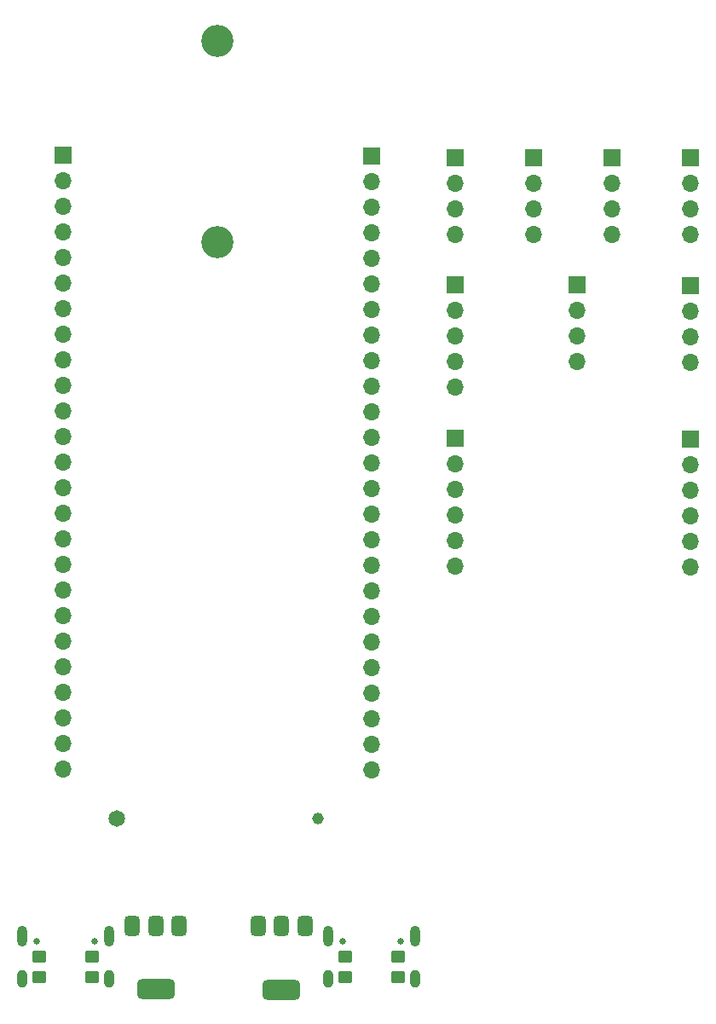
<source format=gbs>
%TF.GenerationSoftware,KiCad,Pcbnew,8.0.1-rc1*%
%TF.CreationDate,2024-08-22T21:46:05-04:00*%
%TF.ProjectId,MOBO_V1,4d4f424f-5f56-4312-9e6b-696361645f70,rev?*%
%TF.SameCoordinates,Original*%
%TF.FileFunction,Soldermask,Bot*%
%TF.FilePolarity,Negative*%
%FSLAX46Y46*%
G04 Gerber Fmt 4.6, Leading zero omitted, Abs format (unit mm)*
G04 Created by KiCad (PCBNEW 8.0.1-rc1) date 2024-08-22 21:46:05*
%MOMM*%
%LPD*%
G01*
G04 APERTURE LIST*
G04 Aperture macros list*
%AMRoundRect*
0 Rectangle with rounded corners*
0 $1 Rounding radius*
0 $2 $3 $4 $5 $6 $7 $8 $9 X,Y pos of 4 corners*
0 Add a 4 corners polygon primitive as box body*
4,1,4,$2,$3,$4,$5,$6,$7,$8,$9,$2,$3,0*
0 Add four circle primitives for the rounded corners*
1,1,$1+$1,$2,$3*
1,1,$1+$1,$4,$5*
1,1,$1+$1,$6,$7*
1,1,$1+$1,$8,$9*
0 Add four rect primitives between the rounded corners*
20,1,$1+$1,$2,$3,$4,$5,0*
20,1,$1+$1,$4,$5,$6,$7,0*
20,1,$1+$1,$6,$7,$8,$9,0*
20,1,$1+$1,$8,$9,$2,$3,0*%
G04 Aperture macros list end*
%ADD10R,1.700000X1.700000*%
%ADD11O,1.700000X1.700000*%
%ADD12C,3.200000*%
%ADD13C,0.650000*%
%ADD14O,1.000000X2.100000*%
%ADD15O,1.000000X1.800000*%
%ADD16C,1.150000*%
%ADD17C,1.650000*%
%ADD18RoundRect,0.250000X-0.450000X0.350000X-0.450000X-0.350000X0.450000X-0.350000X0.450000X0.350000X0*%
%ADD19RoundRect,0.375000X-0.375000X0.625000X-0.375000X-0.625000X0.375000X-0.625000X0.375000X0.625000X0*%
%ADD20RoundRect,0.500000X-1.400000X0.500000X-1.400000X-0.500000X1.400000X-0.500000X1.400000X0.500000X0*%
G04 APERTURE END LIST*
D10*
%TO.C,I2C_0*%
X87983000Y-70950000D03*
D11*
X87983000Y-73490000D03*
X87983000Y-76030000D03*
X87983000Y-78570000D03*
%TD*%
D10*
%TO.C,\u00B5SD*%
X80150000Y-98800000D03*
D11*
X80150000Y-101340000D03*
X80150000Y-103880000D03*
X80150000Y-106420000D03*
X80150000Y-108960000D03*
X80150000Y-111500000D03*
%TD*%
D10*
%TO.C,I2C_1*%
X95766000Y-70950000D03*
D11*
X95766000Y-73490000D03*
X95766000Y-76030000D03*
X95766000Y-78570000D03*
%TD*%
D12*
%TO.C,V1_mount*%
X56550000Y-59325000D03*
%TD*%
D10*
%TO.C,I2S*%
X80175000Y-83525000D03*
D11*
X80175000Y-86065000D03*
X80175000Y-88605000D03*
X80175000Y-91145000D03*
X80175000Y-93685000D03*
%TD*%
D10*
%TO.C,Droite*%
X71850000Y-70755000D03*
D11*
X71850000Y-73295000D03*
X71850000Y-75835000D03*
X71850000Y-78375000D03*
X71850000Y-80915000D03*
X71850000Y-83455000D03*
X71850000Y-85995000D03*
X71850000Y-88535000D03*
X71850000Y-91075000D03*
X71850000Y-93615000D03*
X71850000Y-96155000D03*
X71850000Y-98695000D03*
X71850000Y-101235000D03*
X71850000Y-103775000D03*
X71850000Y-106315000D03*
X71850000Y-108855000D03*
X71850000Y-111395000D03*
X71850000Y-113935000D03*
X71850000Y-116475000D03*
X71850000Y-119015000D03*
X71850000Y-121555000D03*
X71850000Y-124095000D03*
X71850000Y-126635000D03*
X71850000Y-129175000D03*
X71850000Y-131715000D03*
%TD*%
D10*
%TO.C,Gauche*%
X41225000Y-70705000D03*
D11*
X41225000Y-73245000D03*
X41225000Y-75785000D03*
X41225000Y-78325000D03*
X41225000Y-80865000D03*
X41225000Y-83405000D03*
X41225000Y-85945000D03*
X41225000Y-88485000D03*
X41225000Y-91025000D03*
X41225000Y-93565000D03*
X41225000Y-96105000D03*
X41225000Y-98645000D03*
X41225000Y-101185000D03*
X41225000Y-103725000D03*
X41225000Y-106265000D03*
X41225000Y-108805000D03*
X41225000Y-111345000D03*
X41225000Y-113885000D03*
X41225000Y-116425000D03*
X41225000Y-118965000D03*
X41225000Y-121505000D03*
X41225000Y-124045000D03*
X41225000Y-126585000D03*
X41225000Y-129125000D03*
X41225000Y-131665000D03*
%TD*%
D10*
%TO.C,UART*%
X103525000Y-83645000D03*
D11*
X103525000Y-86185000D03*
X103525000Y-88725000D03*
X103525000Y-91265000D03*
%TD*%
D12*
%TO.C,V2_mount*%
X56550000Y-79325000D03*
%TD*%
D10*
%TO.C,I2C_0*%
X80200000Y-70950000D03*
D11*
X80200000Y-73490000D03*
X80200000Y-76030000D03*
X80200000Y-78570000D03*
%TD*%
D10*
%TO.C,SPI*%
X103525000Y-98850000D03*
D11*
X103525000Y-101390000D03*
X103525000Y-103930000D03*
X103525000Y-106470000D03*
X103525000Y-109010000D03*
X103525000Y-111550000D03*
%TD*%
D10*
%TO.C,CAN*%
X92275000Y-83580000D03*
D11*
X92275000Y-86120000D03*
X92275000Y-88660000D03*
X92275000Y-91200000D03*
%TD*%
D13*
%TO.C,UART_PROG*%
X69005000Y-148795000D03*
X74785000Y-148795000D03*
D14*
X67575000Y-148275000D03*
D15*
X67575000Y-152475000D03*
D14*
X76215000Y-148275000D03*
D15*
X76215000Y-152475000D03*
%TD*%
D13*
%TO.C,DEBUG_USB*%
X38585000Y-148795000D03*
X44365000Y-148795000D03*
D14*
X37155000Y-148275000D03*
D15*
X37155000Y-152475000D03*
D14*
X45795000Y-148275000D03*
D15*
X45795000Y-152475000D03*
%TD*%
D10*
%TO.C,I2C_1*%
X103549000Y-70950000D03*
D11*
X103549000Y-73490000D03*
X103549000Y-76030000D03*
X103549000Y-78570000D03*
%TD*%
D16*
%TO.C,J101*%
X66575000Y-136600000D03*
D17*
X46575000Y-136600000D03*
%TD*%
D18*
%TO.C,R303*%
X44125000Y-150275000D03*
X44125000Y-152275000D03*
%TD*%
%TO.C,R301*%
X74500000Y-150300000D03*
X74500000Y-152300000D03*
%TD*%
D19*
%TO.C,U203*%
X60637500Y-147250000D03*
X62937500Y-147250000D03*
D20*
X62937500Y-153550000D03*
D19*
X65237500Y-147250000D03*
%TD*%
D18*
%TO.C,R304*%
X38825000Y-150275000D03*
X38825000Y-152275000D03*
%TD*%
D19*
%TO.C,U202*%
X48125000Y-147237500D03*
X50425000Y-147237500D03*
D20*
X50425000Y-153537500D03*
D19*
X52725000Y-147237500D03*
%TD*%
D18*
%TO.C,R302*%
X69275000Y-150300000D03*
X69275000Y-152300000D03*
%TD*%
M02*

</source>
